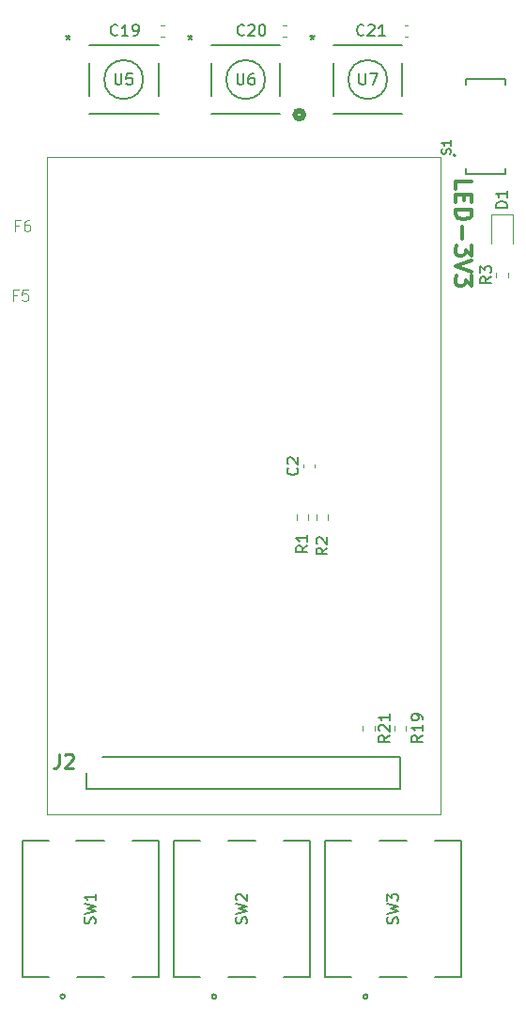
<source format=gbr>
%TF.GenerationSoftware,KiCad,Pcbnew,9.0.5*%
%TF.CreationDate,2025-11-15T02:09:42-05:00*%
%TF.ProjectId,CreditCard,43726564-6974-4436-9172-642e6b696361,rev?*%
%TF.SameCoordinates,Original*%
%TF.FileFunction,Legend,Top*%
%TF.FilePolarity,Positive*%
%FSLAX46Y46*%
G04 Gerber Fmt 4.6, Leading zero omitted, Abs format (unit mm)*
G04 Created by KiCad (PCBNEW 9.0.5) date 2025-11-15 02:09:42*
%MOMM*%
%LPD*%
G01*
G04 APERTURE LIST*
%ADD10C,0.300000*%
%ADD11C,0.150000*%
%ADD12C,0.254000*%
%ADD13C,0.100000*%
%ADD14C,0.152400*%
%ADD15C,0.127000*%
%ADD16C,0.200000*%
%ADD17C,0.120000*%
%ADD18C,0.508000*%
G04 APERTURE END LIST*
D10*
X144399171Y-51868796D02*
X144399171Y-51154510D01*
X144399171Y-51154510D02*
X145899171Y-51154510D01*
X145184885Y-52368796D02*
X145184885Y-52868796D01*
X144399171Y-53083082D02*
X144399171Y-52368796D01*
X144399171Y-52368796D02*
X145899171Y-52368796D01*
X145899171Y-52368796D02*
X145899171Y-53083082D01*
X144399171Y-53725939D02*
X145899171Y-53725939D01*
X145899171Y-53725939D02*
X145899171Y-54083082D01*
X145899171Y-54083082D02*
X145827742Y-54297368D01*
X145827742Y-54297368D02*
X145684885Y-54440225D01*
X145684885Y-54440225D02*
X145542028Y-54511654D01*
X145542028Y-54511654D02*
X145256314Y-54583082D01*
X145256314Y-54583082D02*
X145042028Y-54583082D01*
X145042028Y-54583082D02*
X144756314Y-54511654D01*
X144756314Y-54511654D02*
X144613457Y-54440225D01*
X144613457Y-54440225D02*
X144470600Y-54297368D01*
X144470600Y-54297368D02*
X144399171Y-54083082D01*
X144399171Y-54083082D02*
X144399171Y-53725939D01*
X144970600Y-55225939D02*
X144970600Y-56368797D01*
X145899171Y-56940225D02*
X145899171Y-57868797D01*
X145899171Y-57868797D02*
X145327742Y-57368797D01*
X145327742Y-57368797D02*
X145327742Y-57583082D01*
X145327742Y-57583082D02*
X145256314Y-57725940D01*
X145256314Y-57725940D02*
X145184885Y-57797368D01*
X145184885Y-57797368D02*
X145042028Y-57868797D01*
X145042028Y-57868797D02*
X144684885Y-57868797D01*
X144684885Y-57868797D02*
X144542028Y-57797368D01*
X144542028Y-57797368D02*
X144470600Y-57725940D01*
X144470600Y-57725940D02*
X144399171Y-57583082D01*
X144399171Y-57583082D02*
X144399171Y-57154511D01*
X144399171Y-57154511D02*
X144470600Y-57011654D01*
X144470600Y-57011654D02*
X144542028Y-56940225D01*
X145899171Y-58297368D02*
X144399171Y-58797368D01*
X144399171Y-58797368D02*
X145899171Y-59297368D01*
X145899171Y-59654510D02*
X145899171Y-60583082D01*
X145899171Y-60583082D02*
X145327742Y-60083082D01*
X145327742Y-60083082D02*
X145327742Y-60297367D01*
X145327742Y-60297367D02*
X145256314Y-60440225D01*
X145256314Y-60440225D02*
X145184885Y-60511653D01*
X145184885Y-60511653D02*
X145042028Y-60583082D01*
X145042028Y-60583082D02*
X144684885Y-60583082D01*
X144684885Y-60583082D02*
X144542028Y-60511653D01*
X144542028Y-60511653D02*
X144470600Y-60440225D01*
X144470600Y-60440225D02*
X144399171Y-60297367D01*
X144399171Y-60297367D02*
X144399171Y-59868796D01*
X144399171Y-59868796D02*
X144470600Y-59725939D01*
X144470600Y-59725939D02*
X144542028Y-59654510D01*
D11*
X111907200Y-117997582D02*
X111954819Y-117854725D01*
X111954819Y-117854725D02*
X111954819Y-117616630D01*
X111954819Y-117616630D02*
X111907200Y-117521392D01*
X111907200Y-117521392D02*
X111859580Y-117473773D01*
X111859580Y-117473773D02*
X111764342Y-117426154D01*
X111764342Y-117426154D02*
X111669104Y-117426154D01*
X111669104Y-117426154D02*
X111573866Y-117473773D01*
X111573866Y-117473773D02*
X111526247Y-117521392D01*
X111526247Y-117521392D02*
X111478628Y-117616630D01*
X111478628Y-117616630D02*
X111431009Y-117807106D01*
X111431009Y-117807106D02*
X111383390Y-117902344D01*
X111383390Y-117902344D02*
X111335771Y-117949963D01*
X111335771Y-117949963D02*
X111240533Y-117997582D01*
X111240533Y-117997582D02*
X111145295Y-117997582D01*
X111145295Y-117997582D02*
X111050057Y-117949963D01*
X111050057Y-117949963D02*
X111002438Y-117902344D01*
X111002438Y-117902344D02*
X110954819Y-117807106D01*
X110954819Y-117807106D02*
X110954819Y-117569011D01*
X110954819Y-117569011D02*
X111002438Y-117426154D01*
X110954819Y-117092820D02*
X111954819Y-116854725D01*
X111954819Y-116854725D02*
X111240533Y-116664249D01*
X111240533Y-116664249D02*
X111954819Y-116473773D01*
X111954819Y-116473773D02*
X110954819Y-116235678D01*
X111954819Y-115330916D02*
X111954819Y-115902344D01*
X111954819Y-115616630D02*
X110954819Y-115616630D01*
X110954819Y-115616630D02*
X111097676Y-115711868D01*
X111097676Y-115711868D02*
X111192914Y-115807106D01*
X111192914Y-115807106D02*
X111240533Y-115902344D01*
X124738095Y-41454819D02*
X124738095Y-42264342D01*
X124738095Y-42264342D02*
X124785714Y-42359580D01*
X124785714Y-42359580D02*
X124833333Y-42407200D01*
X124833333Y-42407200D02*
X124928571Y-42454819D01*
X124928571Y-42454819D02*
X125119047Y-42454819D01*
X125119047Y-42454819D02*
X125214285Y-42407200D01*
X125214285Y-42407200D02*
X125261904Y-42359580D01*
X125261904Y-42359580D02*
X125309523Y-42264342D01*
X125309523Y-42264342D02*
X125309523Y-41454819D01*
X126214285Y-41454819D02*
X126023809Y-41454819D01*
X126023809Y-41454819D02*
X125928571Y-41502438D01*
X125928571Y-41502438D02*
X125880952Y-41550057D01*
X125880952Y-41550057D02*
X125785714Y-41692914D01*
X125785714Y-41692914D02*
X125738095Y-41883390D01*
X125738095Y-41883390D02*
X125738095Y-42264342D01*
X125738095Y-42264342D02*
X125785714Y-42359580D01*
X125785714Y-42359580D02*
X125833333Y-42407200D01*
X125833333Y-42407200D02*
X125928571Y-42454819D01*
X125928571Y-42454819D02*
X126119047Y-42454819D01*
X126119047Y-42454819D02*
X126214285Y-42407200D01*
X126214285Y-42407200D02*
X126261904Y-42359580D01*
X126261904Y-42359580D02*
X126309523Y-42264342D01*
X126309523Y-42264342D02*
X126309523Y-42026247D01*
X126309523Y-42026247D02*
X126261904Y-41931009D01*
X126261904Y-41931009D02*
X126214285Y-41883390D01*
X126214285Y-41883390D02*
X126119047Y-41835771D01*
X126119047Y-41835771D02*
X125928571Y-41835771D01*
X125928571Y-41835771D02*
X125833333Y-41883390D01*
X125833333Y-41883390D02*
X125785714Y-41931009D01*
X125785714Y-41931009D02*
X125738095Y-42026247D01*
X120500000Y-37954819D02*
X120500000Y-38192914D01*
X120261905Y-38097676D02*
X120500000Y-38192914D01*
X120500000Y-38192914D02*
X120738095Y-38097676D01*
X120357143Y-38383390D02*
X120500000Y-38192914D01*
X120500000Y-38192914D02*
X120642857Y-38383390D01*
X120500000Y-37954819D02*
X120500000Y-38192914D01*
X120261905Y-38097676D02*
X120500000Y-38192914D01*
X120500000Y-38192914D02*
X120738095Y-38097676D01*
X120357143Y-38383390D02*
X120500000Y-38192914D01*
X120500000Y-38192914D02*
X120642857Y-38383390D01*
X143941200Y-48694524D02*
X143979295Y-48580238D01*
X143979295Y-48580238D02*
X143979295Y-48389762D01*
X143979295Y-48389762D02*
X143941200Y-48313571D01*
X143941200Y-48313571D02*
X143903104Y-48275476D01*
X143903104Y-48275476D02*
X143826914Y-48237381D01*
X143826914Y-48237381D02*
X143750723Y-48237381D01*
X143750723Y-48237381D02*
X143674533Y-48275476D01*
X143674533Y-48275476D02*
X143636438Y-48313571D01*
X143636438Y-48313571D02*
X143598342Y-48389762D01*
X143598342Y-48389762D02*
X143560247Y-48542143D01*
X143560247Y-48542143D02*
X143522152Y-48618333D01*
X143522152Y-48618333D02*
X143484057Y-48656428D01*
X143484057Y-48656428D02*
X143407866Y-48694524D01*
X143407866Y-48694524D02*
X143331676Y-48694524D01*
X143331676Y-48694524D02*
X143255485Y-48656428D01*
X143255485Y-48656428D02*
X143217390Y-48618333D01*
X143217390Y-48618333D02*
X143179295Y-48542143D01*
X143179295Y-48542143D02*
X143179295Y-48351666D01*
X143179295Y-48351666D02*
X143217390Y-48237381D01*
X143979295Y-47475476D02*
X143979295Y-47932619D01*
X143979295Y-47704047D02*
X143179295Y-47704047D01*
X143179295Y-47704047D02*
X143293580Y-47780238D01*
X143293580Y-47780238D02*
X143369771Y-47856428D01*
X143369771Y-47856428D02*
X143407866Y-47932619D01*
X147624819Y-59766666D02*
X147148628Y-60099999D01*
X147624819Y-60338094D02*
X146624819Y-60338094D01*
X146624819Y-60338094D02*
X146624819Y-59957142D01*
X146624819Y-59957142D02*
X146672438Y-59861904D01*
X146672438Y-59861904D02*
X146720057Y-59814285D01*
X146720057Y-59814285D02*
X146815295Y-59766666D01*
X146815295Y-59766666D02*
X146958152Y-59766666D01*
X146958152Y-59766666D02*
X147053390Y-59814285D01*
X147053390Y-59814285D02*
X147101009Y-59861904D01*
X147101009Y-59861904D02*
X147148628Y-59957142D01*
X147148628Y-59957142D02*
X147148628Y-60338094D01*
X146624819Y-59433332D02*
X146624819Y-58814285D01*
X146624819Y-58814285D02*
X147005771Y-59147618D01*
X147005771Y-59147618D02*
X147005771Y-59004761D01*
X147005771Y-59004761D02*
X147053390Y-58909523D01*
X147053390Y-58909523D02*
X147101009Y-58861904D01*
X147101009Y-58861904D02*
X147196247Y-58814285D01*
X147196247Y-58814285D02*
X147434342Y-58814285D01*
X147434342Y-58814285D02*
X147529580Y-58861904D01*
X147529580Y-58861904D02*
X147577200Y-58909523D01*
X147577200Y-58909523D02*
X147624819Y-59004761D01*
X147624819Y-59004761D02*
X147624819Y-59290475D01*
X147624819Y-59290475D02*
X147577200Y-59385713D01*
X147577200Y-59385713D02*
X147529580Y-59433332D01*
X138484819Y-101042857D02*
X138008628Y-101376190D01*
X138484819Y-101614285D02*
X137484819Y-101614285D01*
X137484819Y-101614285D02*
X137484819Y-101233333D01*
X137484819Y-101233333D02*
X137532438Y-101138095D01*
X137532438Y-101138095D02*
X137580057Y-101090476D01*
X137580057Y-101090476D02*
X137675295Y-101042857D01*
X137675295Y-101042857D02*
X137818152Y-101042857D01*
X137818152Y-101042857D02*
X137913390Y-101090476D01*
X137913390Y-101090476D02*
X137961009Y-101138095D01*
X137961009Y-101138095D02*
X138008628Y-101233333D01*
X138008628Y-101233333D02*
X138008628Y-101614285D01*
X137580057Y-100661904D02*
X137532438Y-100614285D01*
X137532438Y-100614285D02*
X137484819Y-100519047D01*
X137484819Y-100519047D02*
X137484819Y-100280952D01*
X137484819Y-100280952D02*
X137532438Y-100185714D01*
X137532438Y-100185714D02*
X137580057Y-100138095D01*
X137580057Y-100138095D02*
X137675295Y-100090476D01*
X137675295Y-100090476D02*
X137770533Y-100090476D01*
X137770533Y-100090476D02*
X137913390Y-100138095D01*
X137913390Y-100138095D02*
X138484819Y-100709523D01*
X138484819Y-100709523D02*
X138484819Y-100090476D01*
X138484819Y-99138095D02*
X138484819Y-99709523D01*
X138484819Y-99423809D02*
X137484819Y-99423809D01*
X137484819Y-99423809D02*
X137627676Y-99519047D01*
X137627676Y-99519047D02*
X137722914Y-99614285D01*
X137722914Y-99614285D02*
X137770533Y-99709523D01*
X135738095Y-41454819D02*
X135738095Y-42264342D01*
X135738095Y-42264342D02*
X135785714Y-42359580D01*
X135785714Y-42359580D02*
X135833333Y-42407200D01*
X135833333Y-42407200D02*
X135928571Y-42454819D01*
X135928571Y-42454819D02*
X136119047Y-42454819D01*
X136119047Y-42454819D02*
X136214285Y-42407200D01*
X136214285Y-42407200D02*
X136261904Y-42359580D01*
X136261904Y-42359580D02*
X136309523Y-42264342D01*
X136309523Y-42264342D02*
X136309523Y-41454819D01*
X136690476Y-41454819D02*
X137357142Y-41454819D01*
X137357142Y-41454819D02*
X136928571Y-42454819D01*
X131500000Y-37954819D02*
X131500000Y-38192914D01*
X131261905Y-38097676D02*
X131500000Y-38192914D01*
X131500000Y-38192914D02*
X131738095Y-38097676D01*
X131357143Y-38383390D02*
X131500000Y-38192914D01*
X131500000Y-38192914D02*
X131642857Y-38383390D01*
X131500000Y-37954819D02*
X131500000Y-38192914D01*
X131261905Y-38097676D02*
X131500000Y-38192914D01*
X131500000Y-38192914D02*
X131738095Y-38097676D01*
X131357143Y-38383390D02*
X131500000Y-38192914D01*
X131500000Y-38192914D02*
X131642857Y-38383390D01*
X130129580Y-76966666D02*
X130177200Y-77014285D01*
X130177200Y-77014285D02*
X130224819Y-77157142D01*
X130224819Y-77157142D02*
X130224819Y-77252380D01*
X130224819Y-77252380D02*
X130177200Y-77395237D01*
X130177200Y-77395237D02*
X130081961Y-77490475D01*
X130081961Y-77490475D02*
X129986723Y-77538094D01*
X129986723Y-77538094D02*
X129796247Y-77585713D01*
X129796247Y-77585713D02*
X129653390Y-77585713D01*
X129653390Y-77585713D02*
X129462914Y-77538094D01*
X129462914Y-77538094D02*
X129367676Y-77490475D01*
X129367676Y-77490475D02*
X129272438Y-77395237D01*
X129272438Y-77395237D02*
X129224819Y-77252380D01*
X129224819Y-77252380D02*
X129224819Y-77157142D01*
X129224819Y-77157142D02*
X129272438Y-77014285D01*
X129272438Y-77014285D02*
X129320057Y-76966666D01*
X129320057Y-76585713D02*
X129272438Y-76538094D01*
X129272438Y-76538094D02*
X129224819Y-76442856D01*
X129224819Y-76442856D02*
X129224819Y-76204761D01*
X129224819Y-76204761D02*
X129272438Y-76109523D01*
X129272438Y-76109523D02*
X129320057Y-76061904D01*
X129320057Y-76061904D02*
X129415295Y-76014285D01*
X129415295Y-76014285D02*
X129510533Y-76014285D01*
X129510533Y-76014285D02*
X129653390Y-76061904D01*
X129653390Y-76061904D02*
X130224819Y-76633332D01*
X130224819Y-76633332D02*
X130224819Y-76014285D01*
X125556400Y-117997582D02*
X125604019Y-117854725D01*
X125604019Y-117854725D02*
X125604019Y-117616630D01*
X125604019Y-117616630D02*
X125556400Y-117521392D01*
X125556400Y-117521392D02*
X125508780Y-117473773D01*
X125508780Y-117473773D02*
X125413542Y-117426154D01*
X125413542Y-117426154D02*
X125318304Y-117426154D01*
X125318304Y-117426154D02*
X125223066Y-117473773D01*
X125223066Y-117473773D02*
X125175447Y-117521392D01*
X125175447Y-117521392D02*
X125127828Y-117616630D01*
X125127828Y-117616630D02*
X125080209Y-117807106D01*
X125080209Y-117807106D02*
X125032590Y-117902344D01*
X125032590Y-117902344D02*
X124984971Y-117949963D01*
X124984971Y-117949963D02*
X124889733Y-117997582D01*
X124889733Y-117997582D02*
X124794495Y-117997582D01*
X124794495Y-117997582D02*
X124699257Y-117949963D01*
X124699257Y-117949963D02*
X124651638Y-117902344D01*
X124651638Y-117902344D02*
X124604019Y-117807106D01*
X124604019Y-117807106D02*
X124604019Y-117569011D01*
X124604019Y-117569011D02*
X124651638Y-117426154D01*
X124604019Y-117092820D02*
X125604019Y-116854725D01*
X125604019Y-116854725D02*
X124889733Y-116664249D01*
X124889733Y-116664249D02*
X125604019Y-116473773D01*
X125604019Y-116473773D02*
X124604019Y-116235678D01*
X124699257Y-115902344D02*
X124651638Y-115854725D01*
X124651638Y-115854725D02*
X124604019Y-115759487D01*
X124604019Y-115759487D02*
X124604019Y-115521392D01*
X124604019Y-115521392D02*
X124651638Y-115426154D01*
X124651638Y-115426154D02*
X124699257Y-115378535D01*
X124699257Y-115378535D02*
X124794495Y-115330916D01*
X124794495Y-115330916D02*
X124889733Y-115330916D01*
X124889733Y-115330916D02*
X125032590Y-115378535D01*
X125032590Y-115378535D02*
X125604019Y-115949963D01*
X125604019Y-115949963D02*
X125604019Y-115330916D01*
D12*
X108677667Y-102703818D02*
X108677667Y-103610961D01*
X108677667Y-103610961D02*
X108617190Y-103792389D01*
X108617190Y-103792389D02*
X108496238Y-103913342D01*
X108496238Y-103913342D02*
X108314809Y-103973818D01*
X108314809Y-103973818D02*
X108193857Y-103973818D01*
X109221952Y-102824770D02*
X109282428Y-102764294D01*
X109282428Y-102764294D02*
X109403381Y-102703818D01*
X109403381Y-102703818D02*
X109705762Y-102703818D01*
X109705762Y-102703818D02*
X109826714Y-102764294D01*
X109826714Y-102764294D02*
X109887190Y-102824770D01*
X109887190Y-102824770D02*
X109947667Y-102945722D01*
X109947667Y-102945722D02*
X109947667Y-103066675D01*
X109947667Y-103066675D02*
X109887190Y-103248103D01*
X109887190Y-103248103D02*
X109161476Y-103973818D01*
X109161476Y-103973818D02*
X109947667Y-103973818D01*
D11*
X113738095Y-41454819D02*
X113738095Y-42264342D01*
X113738095Y-42264342D02*
X113785714Y-42359580D01*
X113785714Y-42359580D02*
X113833333Y-42407200D01*
X113833333Y-42407200D02*
X113928571Y-42454819D01*
X113928571Y-42454819D02*
X114119047Y-42454819D01*
X114119047Y-42454819D02*
X114214285Y-42407200D01*
X114214285Y-42407200D02*
X114261904Y-42359580D01*
X114261904Y-42359580D02*
X114309523Y-42264342D01*
X114309523Y-42264342D02*
X114309523Y-41454819D01*
X115261904Y-41454819D02*
X114785714Y-41454819D01*
X114785714Y-41454819D02*
X114738095Y-41931009D01*
X114738095Y-41931009D02*
X114785714Y-41883390D01*
X114785714Y-41883390D02*
X114880952Y-41835771D01*
X114880952Y-41835771D02*
X115119047Y-41835771D01*
X115119047Y-41835771D02*
X115214285Y-41883390D01*
X115214285Y-41883390D02*
X115261904Y-41931009D01*
X115261904Y-41931009D02*
X115309523Y-42026247D01*
X115309523Y-42026247D02*
X115309523Y-42264342D01*
X115309523Y-42264342D02*
X115261904Y-42359580D01*
X115261904Y-42359580D02*
X115214285Y-42407200D01*
X115214285Y-42407200D02*
X115119047Y-42454819D01*
X115119047Y-42454819D02*
X114880952Y-42454819D01*
X114880952Y-42454819D02*
X114785714Y-42407200D01*
X114785714Y-42407200D02*
X114738095Y-42359580D01*
X109500000Y-37954819D02*
X109500000Y-38192914D01*
X109261905Y-38097676D02*
X109500000Y-38192914D01*
X109500000Y-38192914D02*
X109738095Y-38097676D01*
X109357143Y-38383390D02*
X109500000Y-38192914D01*
X109500000Y-38192914D02*
X109642857Y-38383390D01*
X109500000Y-37954819D02*
X109500000Y-38192914D01*
X109261905Y-38097676D02*
X109500000Y-38192914D01*
X109500000Y-38192914D02*
X109738095Y-38097676D01*
X109357143Y-38383390D02*
X109500000Y-38192914D01*
X109500000Y-38192914D02*
X109642857Y-38383390D01*
D13*
X104866666Y-61383609D02*
X104533333Y-61383609D01*
X104533333Y-61907419D02*
X104533333Y-60907419D01*
X104533333Y-60907419D02*
X105009523Y-60907419D01*
X105866666Y-60907419D02*
X105390476Y-60907419D01*
X105390476Y-60907419D02*
X105342857Y-61383609D01*
X105342857Y-61383609D02*
X105390476Y-61335990D01*
X105390476Y-61335990D02*
X105485714Y-61288371D01*
X105485714Y-61288371D02*
X105723809Y-61288371D01*
X105723809Y-61288371D02*
X105819047Y-61335990D01*
X105819047Y-61335990D02*
X105866666Y-61383609D01*
X105866666Y-61383609D02*
X105914285Y-61478847D01*
X105914285Y-61478847D02*
X105914285Y-61716942D01*
X105914285Y-61716942D02*
X105866666Y-61812180D01*
X105866666Y-61812180D02*
X105819047Y-61859800D01*
X105819047Y-61859800D02*
X105723809Y-61907419D01*
X105723809Y-61907419D02*
X105485714Y-61907419D01*
X105485714Y-61907419D02*
X105390476Y-61859800D01*
X105390476Y-61859800D02*
X105342857Y-61812180D01*
D11*
X113957142Y-37959580D02*
X113909523Y-38007200D01*
X113909523Y-38007200D02*
X113766666Y-38054819D01*
X113766666Y-38054819D02*
X113671428Y-38054819D01*
X113671428Y-38054819D02*
X113528571Y-38007200D01*
X113528571Y-38007200D02*
X113433333Y-37911961D01*
X113433333Y-37911961D02*
X113385714Y-37816723D01*
X113385714Y-37816723D02*
X113338095Y-37626247D01*
X113338095Y-37626247D02*
X113338095Y-37483390D01*
X113338095Y-37483390D02*
X113385714Y-37292914D01*
X113385714Y-37292914D02*
X113433333Y-37197676D01*
X113433333Y-37197676D02*
X113528571Y-37102438D01*
X113528571Y-37102438D02*
X113671428Y-37054819D01*
X113671428Y-37054819D02*
X113766666Y-37054819D01*
X113766666Y-37054819D02*
X113909523Y-37102438D01*
X113909523Y-37102438D02*
X113957142Y-37150057D01*
X114909523Y-38054819D02*
X114338095Y-38054819D01*
X114623809Y-38054819D02*
X114623809Y-37054819D01*
X114623809Y-37054819D02*
X114528571Y-37197676D01*
X114528571Y-37197676D02*
X114433333Y-37292914D01*
X114433333Y-37292914D02*
X114338095Y-37340533D01*
X115385714Y-38054819D02*
X115576190Y-38054819D01*
X115576190Y-38054819D02*
X115671428Y-38007200D01*
X115671428Y-38007200D02*
X115719047Y-37959580D01*
X115719047Y-37959580D02*
X115814285Y-37816723D01*
X115814285Y-37816723D02*
X115861904Y-37626247D01*
X115861904Y-37626247D02*
X115861904Y-37245295D01*
X115861904Y-37245295D02*
X115814285Y-37150057D01*
X115814285Y-37150057D02*
X115766666Y-37102438D01*
X115766666Y-37102438D02*
X115671428Y-37054819D01*
X115671428Y-37054819D02*
X115480952Y-37054819D01*
X115480952Y-37054819D02*
X115385714Y-37102438D01*
X115385714Y-37102438D02*
X115338095Y-37150057D01*
X115338095Y-37150057D02*
X115290476Y-37245295D01*
X115290476Y-37245295D02*
X115290476Y-37483390D01*
X115290476Y-37483390D02*
X115338095Y-37578628D01*
X115338095Y-37578628D02*
X115385714Y-37626247D01*
X115385714Y-37626247D02*
X115480952Y-37673866D01*
X115480952Y-37673866D02*
X115671428Y-37673866D01*
X115671428Y-37673866D02*
X115766666Y-37626247D01*
X115766666Y-37626247D02*
X115814285Y-37578628D01*
X115814285Y-37578628D02*
X115861904Y-37483390D01*
X131054819Y-83966666D02*
X130578628Y-84299999D01*
X131054819Y-84538094D02*
X130054819Y-84538094D01*
X130054819Y-84538094D02*
X130054819Y-84157142D01*
X130054819Y-84157142D02*
X130102438Y-84061904D01*
X130102438Y-84061904D02*
X130150057Y-84014285D01*
X130150057Y-84014285D02*
X130245295Y-83966666D01*
X130245295Y-83966666D02*
X130388152Y-83966666D01*
X130388152Y-83966666D02*
X130483390Y-84014285D01*
X130483390Y-84014285D02*
X130531009Y-84061904D01*
X130531009Y-84061904D02*
X130578628Y-84157142D01*
X130578628Y-84157142D02*
X130578628Y-84538094D01*
X131054819Y-83014285D02*
X131054819Y-83585713D01*
X131054819Y-83299999D02*
X130054819Y-83299999D01*
X130054819Y-83299999D02*
X130197676Y-83395237D01*
X130197676Y-83395237D02*
X130292914Y-83490475D01*
X130292914Y-83490475D02*
X130340533Y-83585713D01*
X136157142Y-37959580D02*
X136109523Y-38007200D01*
X136109523Y-38007200D02*
X135966666Y-38054819D01*
X135966666Y-38054819D02*
X135871428Y-38054819D01*
X135871428Y-38054819D02*
X135728571Y-38007200D01*
X135728571Y-38007200D02*
X135633333Y-37911961D01*
X135633333Y-37911961D02*
X135585714Y-37816723D01*
X135585714Y-37816723D02*
X135538095Y-37626247D01*
X135538095Y-37626247D02*
X135538095Y-37483390D01*
X135538095Y-37483390D02*
X135585714Y-37292914D01*
X135585714Y-37292914D02*
X135633333Y-37197676D01*
X135633333Y-37197676D02*
X135728571Y-37102438D01*
X135728571Y-37102438D02*
X135871428Y-37054819D01*
X135871428Y-37054819D02*
X135966666Y-37054819D01*
X135966666Y-37054819D02*
X136109523Y-37102438D01*
X136109523Y-37102438D02*
X136157142Y-37150057D01*
X136538095Y-37150057D02*
X136585714Y-37102438D01*
X136585714Y-37102438D02*
X136680952Y-37054819D01*
X136680952Y-37054819D02*
X136919047Y-37054819D01*
X136919047Y-37054819D02*
X137014285Y-37102438D01*
X137014285Y-37102438D02*
X137061904Y-37150057D01*
X137061904Y-37150057D02*
X137109523Y-37245295D01*
X137109523Y-37245295D02*
X137109523Y-37340533D01*
X137109523Y-37340533D02*
X137061904Y-37483390D01*
X137061904Y-37483390D02*
X136490476Y-38054819D01*
X136490476Y-38054819D02*
X137109523Y-38054819D01*
X138061904Y-38054819D02*
X137490476Y-38054819D01*
X137776190Y-38054819D02*
X137776190Y-37054819D01*
X137776190Y-37054819D02*
X137680952Y-37197676D01*
X137680952Y-37197676D02*
X137585714Y-37292914D01*
X137585714Y-37292914D02*
X137490476Y-37340533D01*
X149054819Y-53538094D02*
X148054819Y-53538094D01*
X148054819Y-53538094D02*
X148054819Y-53299999D01*
X148054819Y-53299999D02*
X148102438Y-53157142D01*
X148102438Y-53157142D02*
X148197676Y-53061904D01*
X148197676Y-53061904D02*
X148292914Y-53014285D01*
X148292914Y-53014285D02*
X148483390Y-52966666D01*
X148483390Y-52966666D02*
X148626247Y-52966666D01*
X148626247Y-52966666D02*
X148816723Y-53014285D01*
X148816723Y-53014285D02*
X148911961Y-53061904D01*
X148911961Y-53061904D02*
X149007200Y-53157142D01*
X149007200Y-53157142D02*
X149054819Y-53299999D01*
X149054819Y-53299999D02*
X149054819Y-53538094D01*
X149054819Y-52014285D02*
X149054819Y-52585713D01*
X149054819Y-52299999D02*
X148054819Y-52299999D01*
X148054819Y-52299999D02*
X148197676Y-52395237D01*
X148197676Y-52395237D02*
X148292914Y-52490475D01*
X148292914Y-52490475D02*
X148340533Y-52585713D01*
X141454819Y-101042857D02*
X140978628Y-101376190D01*
X141454819Y-101614285D02*
X140454819Y-101614285D01*
X140454819Y-101614285D02*
X140454819Y-101233333D01*
X140454819Y-101233333D02*
X140502438Y-101138095D01*
X140502438Y-101138095D02*
X140550057Y-101090476D01*
X140550057Y-101090476D02*
X140645295Y-101042857D01*
X140645295Y-101042857D02*
X140788152Y-101042857D01*
X140788152Y-101042857D02*
X140883390Y-101090476D01*
X140883390Y-101090476D02*
X140931009Y-101138095D01*
X140931009Y-101138095D02*
X140978628Y-101233333D01*
X140978628Y-101233333D02*
X140978628Y-101614285D01*
X141454819Y-100090476D02*
X141454819Y-100661904D01*
X141454819Y-100376190D02*
X140454819Y-100376190D01*
X140454819Y-100376190D02*
X140597676Y-100471428D01*
X140597676Y-100471428D02*
X140692914Y-100566666D01*
X140692914Y-100566666D02*
X140740533Y-100661904D01*
X141454819Y-99614285D02*
X141454819Y-99423809D01*
X141454819Y-99423809D02*
X141407200Y-99328571D01*
X141407200Y-99328571D02*
X141359580Y-99280952D01*
X141359580Y-99280952D02*
X141216723Y-99185714D01*
X141216723Y-99185714D02*
X141026247Y-99138095D01*
X141026247Y-99138095D02*
X140645295Y-99138095D01*
X140645295Y-99138095D02*
X140550057Y-99185714D01*
X140550057Y-99185714D02*
X140502438Y-99233333D01*
X140502438Y-99233333D02*
X140454819Y-99328571D01*
X140454819Y-99328571D02*
X140454819Y-99519047D01*
X140454819Y-99519047D02*
X140502438Y-99614285D01*
X140502438Y-99614285D02*
X140550057Y-99661904D01*
X140550057Y-99661904D02*
X140645295Y-99709523D01*
X140645295Y-99709523D02*
X140883390Y-99709523D01*
X140883390Y-99709523D02*
X140978628Y-99661904D01*
X140978628Y-99661904D02*
X141026247Y-99614285D01*
X141026247Y-99614285D02*
X141073866Y-99519047D01*
X141073866Y-99519047D02*
X141073866Y-99328571D01*
X141073866Y-99328571D02*
X141026247Y-99233333D01*
X141026247Y-99233333D02*
X140978628Y-99185714D01*
X140978628Y-99185714D02*
X140883390Y-99138095D01*
X125357142Y-37959580D02*
X125309523Y-38007200D01*
X125309523Y-38007200D02*
X125166666Y-38054819D01*
X125166666Y-38054819D02*
X125071428Y-38054819D01*
X125071428Y-38054819D02*
X124928571Y-38007200D01*
X124928571Y-38007200D02*
X124833333Y-37911961D01*
X124833333Y-37911961D02*
X124785714Y-37816723D01*
X124785714Y-37816723D02*
X124738095Y-37626247D01*
X124738095Y-37626247D02*
X124738095Y-37483390D01*
X124738095Y-37483390D02*
X124785714Y-37292914D01*
X124785714Y-37292914D02*
X124833333Y-37197676D01*
X124833333Y-37197676D02*
X124928571Y-37102438D01*
X124928571Y-37102438D02*
X125071428Y-37054819D01*
X125071428Y-37054819D02*
X125166666Y-37054819D01*
X125166666Y-37054819D02*
X125309523Y-37102438D01*
X125309523Y-37102438D02*
X125357142Y-37150057D01*
X125738095Y-37150057D02*
X125785714Y-37102438D01*
X125785714Y-37102438D02*
X125880952Y-37054819D01*
X125880952Y-37054819D02*
X126119047Y-37054819D01*
X126119047Y-37054819D02*
X126214285Y-37102438D01*
X126214285Y-37102438D02*
X126261904Y-37150057D01*
X126261904Y-37150057D02*
X126309523Y-37245295D01*
X126309523Y-37245295D02*
X126309523Y-37340533D01*
X126309523Y-37340533D02*
X126261904Y-37483390D01*
X126261904Y-37483390D02*
X125690476Y-38054819D01*
X125690476Y-38054819D02*
X126309523Y-38054819D01*
X126928571Y-37054819D02*
X127023809Y-37054819D01*
X127023809Y-37054819D02*
X127119047Y-37102438D01*
X127119047Y-37102438D02*
X127166666Y-37150057D01*
X127166666Y-37150057D02*
X127214285Y-37245295D01*
X127214285Y-37245295D02*
X127261904Y-37435771D01*
X127261904Y-37435771D02*
X127261904Y-37673866D01*
X127261904Y-37673866D02*
X127214285Y-37864342D01*
X127214285Y-37864342D02*
X127166666Y-37959580D01*
X127166666Y-37959580D02*
X127119047Y-38007200D01*
X127119047Y-38007200D02*
X127023809Y-38054819D01*
X127023809Y-38054819D02*
X126928571Y-38054819D01*
X126928571Y-38054819D02*
X126833333Y-38007200D01*
X126833333Y-38007200D02*
X126785714Y-37959580D01*
X126785714Y-37959580D02*
X126738095Y-37864342D01*
X126738095Y-37864342D02*
X126690476Y-37673866D01*
X126690476Y-37673866D02*
X126690476Y-37435771D01*
X126690476Y-37435771D02*
X126738095Y-37245295D01*
X126738095Y-37245295D02*
X126785714Y-37150057D01*
X126785714Y-37150057D02*
X126833333Y-37102438D01*
X126833333Y-37102438D02*
X126928571Y-37054819D01*
X139205600Y-117997582D02*
X139253219Y-117854725D01*
X139253219Y-117854725D02*
X139253219Y-117616630D01*
X139253219Y-117616630D02*
X139205600Y-117521392D01*
X139205600Y-117521392D02*
X139157980Y-117473773D01*
X139157980Y-117473773D02*
X139062742Y-117426154D01*
X139062742Y-117426154D02*
X138967504Y-117426154D01*
X138967504Y-117426154D02*
X138872266Y-117473773D01*
X138872266Y-117473773D02*
X138824647Y-117521392D01*
X138824647Y-117521392D02*
X138777028Y-117616630D01*
X138777028Y-117616630D02*
X138729409Y-117807106D01*
X138729409Y-117807106D02*
X138681790Y-117902344D01*
X138681790Y-117902344D02*
X138634171Y-117949963D01*
X138634171Y-117949963D02*
X138538933Y-117997582D01*
X138538933Y-117997582D02*
X138443695Y-117997582D01*
X138443695Y-117997582D02*
X138348457Y-117949963D01*
X138348457Y-117949963D02*
X138300838Y-117902344D01*
X138300838Y-117902344D02*
X138253219Y-117807106D01*
X138253219Y-117807106D02*
X138253219Y-117569011D01*
X138253219Y-117569011D02*
X138300838Y-117426154D01*
X138253219Y-117092820D02*
X139253219Y-116854725D01*
X139253219Y-116854725D02*
X138538933Y-116664249D01*
X138538933Y-116664249D02*
X139253219Y-116473773D01*
X139253219Y-116473773D02*
X138253219Y-116235678D01*
X138253219Y-115949963D02*
X138253219Y-115330916D01*
X138253219Y-115330916D02*
X138634171Y-115664249D01*
X138634171Y-115664249D02*
X138634171Y-115521392D01*
X138634171Y-115521392D02*
X138681790Y-115426154D01*
X138681790Y-115426154D02*
X138729409Y-115378535D01*
X138729409Y-115378535D02*
X138824647Y-115330916D01*
X138824647Y-115330916D02*
X139062742Y-115330916D01*
X139062742Y-115330916D02*
X139157980Y-115378535D01*
X139157980Y-115378535D02*
X139205600Y-115426154D01*
X139205600Y-115426154D02*
X139253219Y-115521392D01*
X139253219Y-115521392D02*
X139253219Y-115807106D01*
X139253219Y-115807106D02*
X139205600Y-115902344D01*
X139205600Y-115902344D02*
X139157980Y-115949963D01*
D13*
X105041666Y-55133609D02*
X104708333Y-55133609D01*
X104708333Y-55657419D02*
X104708333Y-54657419D01*
X104708333Y-54657419D02*
X105184523Y-54657419D01*
X105994047Y-54657419D02*
X105803571Y-54657419D01*
X105803571Y-54657419D02*
X105708333Y-54705038D01*
X105708333Y-54705038D02*
X105660714Y-54752657D01*
X105660714Y-54752657D02*
X105565476Y-54895514D01*
X105565476Y-54895514D02*
X105517857Y-55085990D01*
X105517857Y-55085990D02*
X105517857Y-55466942D01*
X105517857Y-55466942D02*
X105565476Y-55562180D01*
X105565476Y-55562180D02*
X105613095Y-55609800D01*
X105613095Y-55609800D02*
X105708333Y-55657419D01*
X105708333Y-55657419D02*
X105898809Y-55657419D01*
X105898809Y-55657419D02*
X105994047Y-55609800D01*
X105994047Y-55609800D02*
X106041666Y-55562180D01*
X106041666Y-55562180D02*
X106089285Y-55466942D01*
X106089285Y-55466942D02*
X106089285Y-55228847D01*
X106089285Y-55228847D02*
X106041666Y-55133609D01*
X106041666Y-55133609D02*
X105994047Y-55085990D01*
X105994047Y-55085990D02*
X105898809Y-55038371D01*
X105898809Y-55038371D02*
X105708333Y-55038371D01*
X105708333Y-55038371D02*
X105613095Y-55085990D01*
X105613095Y-55085990D02*
X105565476Y-55133609D01*
X105565476Y-55133609D02*
X105517857Y-55228847D01*
D11*
X132854819Y-84166666D02*
X132378628Y-84499999D01*
X132854819Y-84738094D02*
X131854819Y-84738094D01*
X131854819Y-84738094D02*
X131854819Y-84357142D01*
X131854819Y-84357142D02*
X131902438Y-84261904D01*
X131902438Y-84261904D02*
X131950057Y-84214285D01*
X131950057Y-84214285D02*
X132045295Y-84166666D01*
X132045295Y-84166666D02*
X132188152Y-84166666D01*
X132188152Y-84166666D02*
X132283390Y-84214285D01*
X132283390Y-84214285D02*
X132331009Y-84261904D01*
X132331009Y-84261904D02*
X132378628Y-84357142D01*
X132378628Y-84357142D02*
X132378628Y-84738094D01*
X131950057Y-83785713D02*
X131902438Y-83738094D01*
X131902438Y-83738094D02*
X131854819Y-83642856D01*
X131854819Y-83642856D02*
X131854819Y-83404761D01*
X131854819Y-83404761D02*
X131902438Y-83309523D01*
X131902438Y-83309523D02*
X131950057Y-83261904D01*
X131950057Y-83261904D02*
X132045295Y-83214285D01*
X132045295Y-83214285D02*
X132140533Y-83214285D01*
X132140533Y-83214285D02*
X132283390Y-83261904D01*
X132283390Y-83261904D02*
X132854819Y-83833332D01*
X132854819Y-83833332D02*
X132854819Y-83214285D01*
D14*
%TO.C,SW1*%
X105378600Y-110542850D02*
X105378600Y-122785650D01*
X105378600Y-122785650D02*
X107740160Y-122785650D01*
X107746741Y-110542850D02*
X105378600Y-110542850D01*
X110259840Y-122785650D02*
X112746741Y-122785650D01*
X112746741Y-110542850D02*
X110253259Y-110542850D01*
X115253259Y-122785650D02*
X117621400Y-122785650D01*
X117621400Y-110542850D02*
X115253259Y-110542850D01*
X117621400Y-122785650D02*
X117621400Y-110542850D01*
X109203200Y-124563650D02*
G75*
G02*
X108796800Y-124563650I-203200J0D01*
G01*
X108796800Y-124563650D02*
G75*
G02*
X109203200Y-124563650I203200J0D01*
G01*
%TO.C,U6*%
X122375800Y-40514539D02*
X122375800Y-43485461D01*
X122375800Y-45124200D02*
X128624200Y-45124200D01*
X128624200Y-38875800D02*
X122375800Y-38875800D01*
X128624200Y-43485461D02*
X128624200Y-40514539D01*
X127252600Y-42000000D02*
G75*
G02*
X123747400Y-42000000I-1752600J0D01*
G01*
X123747400Y-42000000D02*
G75*
G02*
X127252600Y-42000000I1752600J0D01*
G01*
D15*
%TO.C,S1*%
X145375000Y-41975000D02*
X145375000Y-42475000D01*
X145375000Y-49975000D02*
X145375000Y-50475000D01*
X145375000Y-50475000D02*
X148875000Y-50475000D01*
X148875000Y-41975000D02*
X145375000Y-41975000D01*
X148875000Y-42475000D02*
X148875000Y-41975000D01*
X148875000Y-50475000D02*
X148875000Y-49975000D01*
D16*
X144425000Y-48825000D02*
G75*
G02*
X144225000Y-48825000I-100000J0D01*
G01*
X144225000Y-48825000D02*
G75*
G02*
X144425000Y-48825000I100000J0D01*
G01*
D17*
%TO.C,R3*%
X148077500Y-59837258D02*
X148077500Y-59362742D01*
X149122500Y-59837258D02*
X149122500Y-59362742D01*
%TO.C,R21*%
X136077500Y-100162742D02*
X136077500Y-100637258D01*
X137122500Y-100162742D02*
X137122500Y-100637258D01*
D14*
%TO.C,U7*%
X133375800Y-40514539D02*
X133375800Y-43485461D01*
X133375800Y-45124200D02*
X139624200Y-45124200D01*
X139624200Y-38875800D02*
X133375800Y-38875800D01*
X139624200Y-43485461D02*
X139624200Y-40514539D01*
X138252600Y-42000000D02*
G75*
G02*
X134747400Y-42000000I-1752600J0D01*
G01*
X134747400Y-42000000D02*
G75*
G02*
X138252600Y-42000000I1752600J0D01*
G01*
D17*
%TO.C,C2*%
X130690000Y-76940580D02*
X130690000Y-76659420D01*
X131710000Y-76940580D02*
X131710000Y-76659420D01*
D14*
%TO.C,SW2*%
X119027800Y-110542850D02*
X119027800Y-122785650D01*
X119027800Y-122785650D02*
X121389360Y-122785650D01*
X121395941Y-110542850D02*
X119027800Y-110542850D01*
X123909040Y-122785650D02*
X126395941Y-122785650D01*
X126395941Y-110542850D02*
X123902459Y-110542850D01*
X128902459Y-122785650D02*
X131270600Y-122785650D01*
X131270600Y-110542850D02*
X128902459Y-110542850D01*
X131270600Y-122785650D02*
X131270600Y-110542850D01*
X122852400Y-124563650D02*
G75*
G02*
X122446000Y-124563650I-203200J0D01*
G01*
X122446000Y-124563650D02*
G75*
G02*
X122852400Y-124563650I203200J0D01*
G01*
D16*
%TO.C,J2*%
X111140000Y-104400000D02*
X111140000Y-105840000D01*
X111140000Y-105840000D02*
X139461000Y-105840000D01*
X139461000Y-102959000D02*
X112600000Y-102959000D01*
X139461000Y-105840000D02*
X139461000Y-102959000D01*
D13*
X107551000Y-48949500D02*
X143051000Y-48949500D01*
X143051000Y-108149500D01*
X107551000Y-108149500D01*
X107551000Y-48949500D01*
D14*
%TO.C,U5*%
X111375800Y-40514539D02*
X111375800Y-43485461D01*
X111375800Y-45124200D02*
X117624200Y-45124200D01*
X117624200Y-38875800D02*
X111375800Y-38875800D01*
X117624200Y-43485461D02*
X117624200Y-40514539D01*
X116252600Y-42000000D02*
G75*
G02*
X112747400Y-42000000I-1752600J0D01*
G01*
X112747400Y-42000000D02*
G75*
G02*
X116252600Y-42000000I1752600J0D01*
G01*
D17*
%TO.C,C19*%
X117859420Y-37090000D02*
X118140580Y-37090000D01*
X117859420Y-38110000D02*
X118140580Y-38110000D01*
%TO.C,R1*%
X130077500Y-81162742D02*
X130077500Y-81637258D01*
X131122500Y-81162742D02*
X131122500Y-81637258D01*
%TO.C,C21*%
X139859420Y-37090000D02*
X140140580Y-37090000D01*
X139859420Y-38110000D02*
X140140580Y-38110000D01*
%TO.C,D1*%
X147640000Y-54115000D02*
X147640000Y-56800000D01*
X149560000Y-54115000D02*
X147640000Y-54115000D01*
X149560000Y-56800000D02*
X149560000Y-54115000D01*
%TO.C,R19*%
X138877500Y-100637258D02*
X138877500Y-100162742D01*
X139922500Y-100637258D02*
X139922500Y-100162742D01*
%TO.C,C20*%
X128859420Y-37090000D02*
X129140580Y-37090000D01*
X128859420Y-38110000D02*
X129140580Y-38110000D01*
D14*
%TO.C,SW3*%
X132677000Y-110542850D02*
X132677000Y-122785650D01*
X132677000Y-122785650D02*
X135038560Y-122785650D01*
X135045141Y-110542850D02*
X132677000Y-110542850D01*
X137558240Y-122785650D02*
X140045141Y-122785650D01*
X140045141Y-110542850D02*
X137551659Y-110542850D01*
X142551659Y-122785650D02*
X144919800Y-122785650D01*
X144919800Y-110542850D02*
X142551659Y-110542850D01*
X144919800Y-122785650D02*
X144919800Y-110542850D01*
X136501600Y-124563650D02*
G75*
G02*
X136095200Y-124563650I-203200J0D01*
G01*
X136095200Y-124563650D02*
G75*
G02*
X136501600Y-124563650I203200J0D01*
G01*
D17*
%TO.C,R2*%
X131877500Y-81637258D02*
X131877500Y-81162742D01*
X132922500Y-81637258D02*
X132922500Y-81162742D01*
D18*
%TO.C,J1*%
X130713479Y-45166955D02*
G75*
G02*
X129951479Y-45166955I-381000J0D01*
G01*
X129951479Y-45166955D02*
G75*
G02*
X130713479Y-45166955I381000J0D01*
G01*
%TD*%
M02*

</source>
